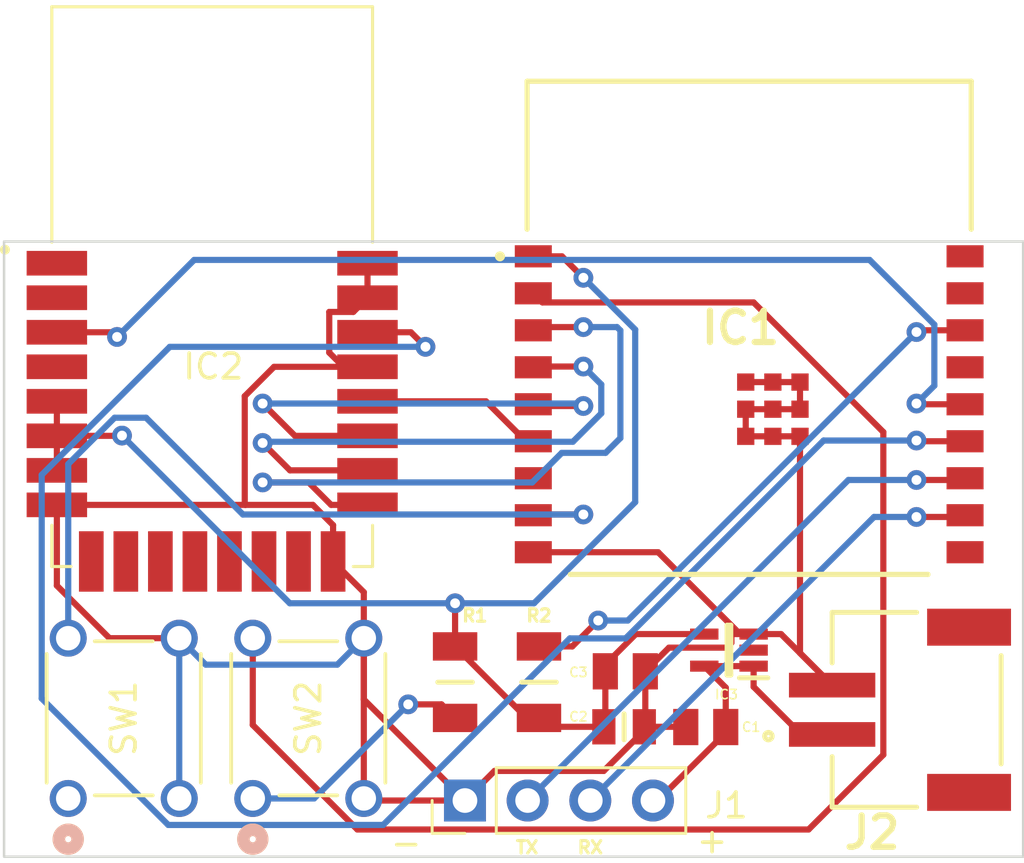
<source format=kicad_pcb>
(kicad_pcb (version 20221018) (generator pcbnew)
  (layers (0 "F.Cu" signal) (31 "B.Cu" signal) (34 "B.Paste" user) (35 "F.Paste" user) (36 "B.SilkS" user "B.Silkscreen") (37 "F.SilkS" user "F.Silkscreen") (38 "B.Mask" user) (39 "F.Mask" user) (44 "Edge.Cuts" user))
  (net 0 "")
  (net 1 "Net-(IC3-VIN)")
  (net 2 "GND")
  (net 3 "Net-(IC1-3V3)")
  (net 6 "Net-(IC1-EN)")
  (net 7 "Net-(IC1-IO4)")
  (net 8 "Net-(IC1-IO5)")
  (net 9 "Net-(IC1-IO6)")
  (net 10 "Net-(IC1-IO7)")
  (net 12 "Net-(IC1-IO9)")
  (net 14 "Net-(IC1-RXD)")
  (net 15 "Net-(IC1-TXD)")
  (net 16 "Net-(IC1-IO18)")
  (net 17 "Net-(IC1-IO19)")
  (net 19 "Net-(IC1-IO2)")
  (net 31 "Net-(R1-Pad2)")
  (footprint "footprint:SOT65P210X110-5N" (layer "F.Cu") (at 199.3 86.8 180)
    (fp_text reference "IC3" (at 0.1 -1.8) (layer "F.SilkS") (effects (font (size 0.381 0.381) (thickness 0.0635))))
    (fp_text value "TC1017-3.3VLTTR" hide)
    (fp_line (start -1.575 -1.125) (end -0.425 -1.125) (stroke (width 0.2)) (layer "F.SilkS"))
    (fp_line (start -0.075 -1.012) (end 0.075 -1.012) (stroke (width 0.2)) (layer "F.SilkS"))
    (fp_line (start -0.075 1.012) (end -0.075 -1.012) (stroke (width 0.2)) (layer "F.SilkS"))
    (fp_line (start 0.075 -1.012) (end 0.075 1.012) (stroke (width 0.2)) (layer "F.SilkS"))
    (fp_line (start 0.075 1.012) (end -0.075 1.012) (stroke (width 0.2)) (layer "F.SilkS"))
    (pad "1" smd rect (at -1 -0.65 270) (size 0.45 1.15) (layers "F.Cu" "F.Paste" "F.Mask") (net 1 "Net-(IC3-VIN)"))
    (pad "2" smd rect (at -1 0 270) (size 0.45 1.15) (layers "F.Cu" "F.Paste" "F.Mask"))
    (pad "3" smd rect (at -1 0.65 270) (size 0.45 1.15) (layers "F.Cu" "F.Paste" "F.Mask") (net 2 "GND"))
    (pad "4" smd rect (at 1 0.65 270) (size 0.45 1.15) (layers "F.Cu" "F.Paste" "F.Mask") (net 3 "Net-(IC1-3V3)"))
    (pad "5" smd rect (at 1 -0.65 270) (size 0.45 1.15) (layers "F.Cu" "F.Paste" "F.Mask") (net 1 "Net-(IC3-VIN)"))
  )
  (footprint "100nF_footprint:CAPC2012X94N" (layer "F.Cu") (at 195.1 87.66)
    (fp_text reference "C3" (at -1.9 0.04) (layer "F.SilkS") (effects (font (size 0.381 0.381) (thickness 0.0635) bold)))
    (fp_text value "100nF" hide)
    (pad "1" smd rect (at -0.81 0) (size 1.02 1.47) (layers "F.Cu" "F.Paste" "F.Mask") (net 3 "Net-(IC1-3V3)"))
    (pad "2" smd rect (at 0.81 0) (size 1.02 1.47) (layers "F.Cu" "F.Paste" "F.Mask") (net 2 "GND"))
  )
  (footprint "100nF_footprint:CAPC2012X94N" (layer "F.Cu") (at 198.36 89.92 180)
    (fp_text reference "C1" (at -1.84 0) (layer "F.SilkS") (effects (font (size 0.381 0.381) (thickness 0.0635))))
    (fp_text value "100nF" hide)
    (pad "1" smd rect (at -0.81 0 180) (size 1.02 1.47) (layers "F.Cu" "F.Paste" "F.Mask") (net 1 "Net-(IC3-VIN)"))
    (pad "2" smd rect (at 0.81 0 180) (size 1.02 1.47) (layers "F.Cu" "F.Paste" "F.Mask") (net 2 "GND"))
  )
  (footprint "10k_ohm_footprint:RESC3216X65N" (layer "F.Cu") (at 191.6 88.1 90)
    (fp_text reference "R2" (at 2.7 0 180) (layer "F.SilkS") (effects (font (size 0.508 0.508) (thickness 0.127) bold)))
    (fp_text value "10K" hide)
    (fp_line (start 0 -0.7) (end 0 0.7) (stroke (width 0.2)) (layer "F.SilkS"))
    (pad "1" smd rect (at -1.45 0 90) (size 1.15 1.8) (layers "F.Cu" "F.Paste" "F.Mask") (net 3 "Net-(IC1-3V3)"))
    (pad "2" smd rect (at 1.45 0 90) (size 1.15 1.8) (layers "F.Cu" "F.Paste" "F.Mask") (net 19 "Net-(IC1-IO2)"))
  )
  (footprint "dwm3000_footprint:XCVR_DWM3000TR13" (layer "F.Cu") (at 178.355 72.06)
    (fp_text reference "IC2" (at 0.045 3.24) (layer "F.SilkS"))
    (fp_text value "DWM3000TR13" hide)
    (fp_line (start -6.5 -11.35) (end 6.5 -11.35) (stroke (width 0.127)) (layer "F.SilkS"))
    (fp_line (start -6.5 -1.8) (end -6.5 -11.35) (stroke (width 0.127)) (layer "F.SilkS"))
    (fp_line (start -6.5 11.35) (end -6.5 9.68) (stroke (width 0.127)) (layer "F.SilkS"))
    (fp_line (start -5.72 11.35) (end -6.5 11.35) (stroke (width 0.127)) (layer "F.SilkS"))
    (fp_line (start 6.5 -11.35) (end 6.5 -1.8) (stroke (width 0.127)) (layer "F.SilkS"))
    (fp_line (start 6.5 9.68) (end 6.5 11.35) (stroke (width 0.127)) (layer "F.SilkS"))
    (fp_line (start 6.5 11.35) (end 5.72 11.35) (stroke (width 0.127)) (layer "F.SilkS"))
    (fp_circle (center -8.4 -1.5) (end -8.3 -1.5) (stroke (width 0.2)) (fill none) (layer "F.SilkS"))
    (pad "1" smd rect (at -6.295 -0.95) (size 2.45 1) (layers "F.Cu" "F.Paste" "F.Mask"))
    (pad "2" smd rect (at -6.295 0.45) (size 2.45 1) (layers "F.Cu" "F.Paste" "F.Mask"))
    (pad "3" smd rect (at -6.295 1.85) (size 2.45 1) (layers "F.Cu" "F.Paste" "F.Mask") (net 17 "Net-(IC1-IO19)"))
    (pad "4" smd rect (at -6.295 3.25) (size 2.45 1) (layers "F.Cu" "F.Paste" "F.Mask"))
    (pad "5" smd rect (at -6.295 4.65) (size 2.45 1) (layers "F.Cu" "F.Paste" "F.Mask") (net 3 "Net-(IC1-3V3)"))
    (pad "6" smd rect (at -6.295 6.05) (size 2.45 1) (layers "F.Cu" "F.Paste" "F.Mask") (net 3 "Net-(IC1-3V3)"))
    (pad "7" smd rect (at -6.295 7.45) (size 2.45 1) (layers "F.Cu" "F.Paste" "F.Mask") (net 3 "Net-(IC1-3V3)"))
    (pad "8" smd rect (at -6.295 8.85) (size 2.45 1) (layers "F.Cu" "F.Paste" "F.Mask") (net 2 "GND"))
    (pad "9" smd rect (at -4.9 11.145) (size 1 2.45) (layers "F.Cu" "F.Paste" "F.Mask"))
    (pad "10" smd rect (at -3.5 11.145) (size 1 2.45) (layers "F.Cu" "F.Paste" "F.Mask"))
    (pad "11" smd rect (at -2.1 11.145) (size 1 2.45) (layers "F.Cu" "F.Paste" "F.Mask"))
    (pad "12" smd rect (at -0.7 11.145) (size 1 2.45) (layers "F.Cu" "F.Paste" "F.Mask"))
    (pad "13" smd rect (at 0.7 11.145) (size 1 2.45) (layers "F.Cu" "F.Paste" "F.Mask"))
    (pad "14" smd rect (at 2.1 11.145) (size 1 2.45) (layers "F.Cu" "F.Paste" "F.Mask"))
    (pad "15" smd rect (at 3.5 11.145) (size 1 2.45) (layers "F.Cu" "F.Paste" "F.Mask"))
    (pad "16" smd rect (at 4.9 11.145) (size 1 2.45) (layers "F.Cu" "F.Paste" "F.Mask") (net 2 "GND"))
    (pad "17" smd rect (at 6.295 8.85) (size 2.45 1) (layers "F.Cu" "F.Paste" "F.Mask") (net 7 "Net-(IC1-IO4)"))
    (pad "18" smd rect (at 6.295 7.45) (size 2.45 1) (layers "F.Cu" "F.Paste" "F.Mask") (net 8 "Net-(IC1-IO5)"))
    (pad "19" smd rect (at 6.295 6.05) (size 2.45 1) (layers "F.Cu" "F.Paste" "F.Mask") (net 9 "Net-(IC1-IO6)"))
    (pad "20" smd rect (at 6.295 4.65) (size 2.45 1) (layers "F.Cu" "F.Paste" "F.Mask") (net 10 "Net-(IC1-IO7)"))
    (pad "21" smd rect (at 6.295 3.25) (size 2.45 1) (layers "F.Cu" "F.Paste" "F.Mask") (net 2 "GND"))
    (pad "22" smd rect (at 6.295 1.85) (size 2.45 1) (layers "F.Cu" "F.Paste" "F.Mask") (net 16 "Net-(IC1-IO18)"))
    (pad "23" smd rect (at 6.295 0.45) (size 2.45 1) (layers "F.Cu" "F.Paste" "F.Mask") (net 2 "GND"))
    (pad "24" smd rect (at 6.295 -0.95) (size 2.45 1) (layers "F.Cu" "F.Paste" "F.Mask") (net 2 "GND"))
  )
  (footprint "6mm_push_button_footprint:6mm_push_button_footprint" (layer "F.Cu") (at 172.52025 92.816151 90)
    (fp_text reference "SW1" (at 3.250001 2.250001 90 unlocked) (layer "F.SilkS"))
    (fp_text value "TS02-66-50-BK-100-LCR-D" hide)
    (fp_circle (center -1.652199 0) (end -1.271199 0) (stroke (width 0.508)) (fill none) (layer "B.SilkS"))
    (fp_line (start 0.125801 1.074702) (end 0.125801 3.425299) (stroke (width 0.1524)) (layer "F.SilkS"))
    (fp_line (start 0.637641 5.374201) (end 5.862361 5.374201) (stroke (width 0.1524)) (layer "F.SilkS"))
    (fp_line (start 5.862361 -0.874199) (end 0.637641 -0.874199) (stroke (width 0.1524)) (layer "F.SilkS"))
    (fp_line (start 6.374201 3.425299) (end 6.374201 1.074702) (stroke (width 0.1524)) (layer "F.SilkS"))
    (fp_circle (center -1.652199 0) (end -1.271199 0) (stroke (width 0.508)) (fill none) (layer "F.SilkS"))
    (pad "1" thru_hole circle (at 0 0 90) (size 1.4986 1.4986) (drill 0.9906) (layers "*.Cu" "*.Mask"))
    (pad "2" thru_hole circle (at 6.500002 0 90) (size 1.4986 1.4986) (drill 0.9906) (layers "*.Cu" "*.Mask") (net 12 "Net-(IC1-IO9)"))
    (pad "3" thru_hole circle (at 0 4.500001 90) (size 1.4986 1.4986) (drill 0.9906) (layers "*.Cu" "*.Mask") (net 2 "GND"))
    (pad "4" thru_hole circle (at 6.500002 4.500001 90) (size 1.4986 1.4986) (drill 0.9906) (layers "*.Cu" "*.Mask") (net 2 "GND"))
  )
  (footprint "10uF_footprint:CAPC2012X140N" (layer "F.Cu") (at 195.05 89.91)
    (fp_text reference "C2" (at -1.85 -0.41) (layer "F.SilkS") (effects (font (size 0.381 0.381) (thickness 0.0635))))
    (fp_text value "10uF" hide)
    (fp_line (start 0 -0.525) (end 0 0.525) (stroke (width 0.2)) (layer "F.SilkS"))
    (pad "1" smd rect (at -0.82 0) (size 0.94 1.43) (layers "F.Cu" "F.Paste" "F.Mask") (net 3 "Net-(IC1-3V3)"))
    (pad "2" smd rect (at 0.82 0) (size 0.94 1.43) (layers "F.Cu" "F.Paste" "F.Mask") (net 2 "GND"))
  )
  (footprint "lipo_charger_footprint:1769" (layer "F.Cu") (at 203.482 89.22 90)
    (fp_text reference "J2" (at -4.98 1.618 180) (layer "F.SilkS") (effects (font (size 1.27 1.27) (thickness 0.254))))
    (fp_text value "1769" hide)
    (fp_line (start -3.95 0) (end -3.95 3.425) (stroke (width 0.2)) (layer "F.SilkS"))
    (fp_line (start -3.95 0) (end -1.9 0) (stroke (width 0.2)) (layer "F.SilkS"))
    (fp_line (start -2.196 6.849) (end 2.196 6.849) (stroke (width 0.2)) (layer "F.SilkS"))
    (fp_line (start 3.95 0) (end 1.9 0) (stroke (width 0.2)) (layer "F.SilkS"))
    (fp_line (start 3.95 0) (end 3.95 3.425) (stroke (width 0.2)) (layer "F.SilkS"))
    (fp_circle (center -1.069 -2.582) (end -1.069 -2.53) (stroke (width 0.2)) (fill none) (layer "F.SilkS"))
    (pad "1" smd rect (at -1 0 90) (size 1 3.5) (layers "F.Cu" "F.Paste" "F.Mask") (net 1 "Net-(IC3-VIN)"))
    (pad "2" smd rect (at 1 0 90) (size 1 3.5) (layers "F.Cu" "F.Paste" "F.Mask") (net 2 "GND"))
    (pad "3" smd rect (at -3.35 5.55 90) (size 1.5 3.4) (layers "F.Cu" "F.Paste" "F.Mask"))
    (pad "4" smd rect (at 3.35 5.55 90) (size 1.5 3.4) (layers "F.Cu" "F.Paste" "F.Mask"))
  )
  (footprint "Connector_PinHeader_2.54mm:PinHeader_1x04_P2.54mm_Vertical" (layer "F.Cu") (at 188.6 92.9 90)
    (fp_text reference "J1" (at -0.2 10.6 180) (layer "F.SilkS"))
    (fp_text value "Conn_01x04_Pin" hide)
    (fp_line (start -1.33 -1.33) (end 0 -1.33) (stroke (width 0.12)) (layer "F.SilkS"))
    (fp_line (start -1.33 0) (end -1.33 -1.33) (stroke (width 0.12)) (layer "F.SilkS"))
    (fp_line (start -1.33 1.27) (end -1.33 8.95) (stroke (width 0.12)) (layer "F.SilkS"))
    (fp_line (start -1.33 1.27) (end 1.33 1.27) (stroke (width 0.12)) (layer "F.SilkS"))
    (fp_line (start -1.33 8.95) (end 1.33 8.95) (stroke (width 0.12)) (layer "F.SilkS"))
    (fp_line (start 1.33 1.27) (end 1.33 8.95) (stroke (width 0.12)) (layer "F.SilkS"))
    (pad "1" thru_hole rect (at 0 0 90) (size 1.7 1.7) (drill 1) (layers "*.Cu" "*.Mask") (net 2 "GND"))
    (pad "2" thru_hole oval (at 0 2.54 90) (size 1.7 1.7) (drill 1) (layers "*.Cu" "*.Mask") (net 15 "Net-(IC1-TXD)"))
    (pad "3" thru_hole oval (at 0 5.08 90) (size 1.7 1.7) (drill 1) (layers "*.Cu" "*.Mask") (net 14 "Net-(IC1-RXD)"))
    (pad "4" thru_hole oval (at 0 7.62 90) (size 1.7 1.7) (drill 1) (layers "*.Cu" "*.Mask") (net 1 "Net-(IC3-VIN)"))
  )
  (footprint "10k_ohm_footprint:RESC3216X65N" (layer "F.Cu") (at 188.2 88.1 -90)
    (fp_text reference "R1" (at -2.7 -0.8 -180) (layer "F.SilkS") (effects (font (size 0.508 0.508) (thickness 0.127) bold)))
    (fp_text value "10K" hide)
    (fp_line (start 0 -0.7) (end 0 0.7) (stroke (width 0.2)) (layer "F.SilkS"))
    (pad "1" smd rect (at -1.45 0 270) (size 1.15 1.8) (layers "F.Cu" "F.Paste" "F.Mask") (net 3 "Net-(IC1-3V3)"))
    (pad "2" smd rect (at 1.45 0 270) (size 1.15 1.8) (layers "F.Cu" "F.Paste" "F.Mask") (net 31 "Net-(R1-Pad2)"))
  )
  (footprint "6mm_push_button_footprint:6mm_push_button_footprint" (layer "F.Cu") (at 180.00025 92.816151 90)
    (fp_text reference "SW2" (at 3.250001 2.250001 90 unlocked) (layer "F.SilkS"))
    (fp_text value "TS02-66-50-BK-100-LCR-D" hide)
    (fp_circle (center -1.652199 0) (end -1.271199 0) (stroke (width 0.508)) (fill none) (layer "B.SilkS"))
    (fp_line (start 0.125801 1.074702) (end 0.125801 3.425299) (stroke (width 0.1524)) (layer "F.SilkS"))
    (fp_line (start 0.637641 5.374201) (end 5.862361 5.374201) (stroke (width 0.1524)) (layer "F.SilkS"))
    (fp_line (start 5.862361 -0.874199) (end 0.637641 -0.874199) (stroke (width 0.1524)) (layer "F.SilkS"))
    (fp_line (start 6.374201 3.425299) (end 6.374201 1.074702) (stroke (width 0.1524)) (layer "F.SilkS"))
    (fp_circle (center -1.652199 0) (end -1.271199 0) (stroke (width 0.508)) (fill none) (layer "F.SilkS"))
    (pad "1" thru_hole circle (at 0 0 90) (size 1.4986 1.4986) (drill 0.9906) (layers "*.Cu" "*.Mask") (net 31 "Net-(R1-Pad2)"))
    (pad "2" thru_hole circle (at 6.500002 0 90) (size 1.4986 1.4986) (drill 0.9906) (layers "*.Cu" "*.Mask") (net 6 "Net-(IC1-EN)"))
    (pad "3" thru_hole circle (at 0 4.500001 90) (size 1.4986 1.4986) (drill 0.9906) (layers "*.Cu" "*.Mask") (net 2 "GND"))
    (pad "4" thru_hole circle (at 6.500002 4.500001 90) (size 1.4986 1.4986) (drill 0.9906) (layers "*.Cu" "*.Mask") (net 2 "GND"))
  )
  (footprint "esp_32_c3_footprint:ESP32C3WROOM02N4" (layer "F.Cu") (at 201.08 77.03)
    (fp_text reference "IC1" (at -1.31 -3.3) (layer "F.SilkS") (effects (font (size 1.27 1.27) (thickness 0.254))))
    (fp_text value "ESP32-C3-WROOM-02-N4" hide)
    (fp_line (start -11.16 -6.2) (end -11.16 -6.2) (stroke (width 0.2)) (layer "F.SilkS"))
    (fp_line (start -11.16 -6.2) (end -11.16 -6.2) (stroke (width 0.2)) (layer "F.SilkS"))
    (fp_line (start -10.96 -6.2) (end -10.96 -6.2) (stroke (width 0.2)) (layer "F.SilkS"))
    (fp_line (start -9.96 -13.3) (end -9.96 -13.3) (stroke (width 0.2)) (layer "F.SilkS"))
    (fp_line (start -9.96 -13.3) (end -9.96 -13.3) (stroke (width 0.2)) (layer "F.SilkS"))
    (fp_line (start -9.96 -13.3) (end -9.96 -7.3) (stroke (width 0.2)) (layer "F.SilkS"))
    (fp_line (start -9.96 -13.3) (end 8.04 -13.3) (stroke (width 0.2)) (layer "F.SilkS"))
    (fp_line (start -9.96 -7.3) (end -9.96 -13.3) (stroke (width 0.2)) (layer "F.SilkS"))
    (fp_line (start -9.96 -7.3) (end -9.96 -7.3) (stroke (width 0.2)) (layer "F.SilkS"))
    (fp_line (start -8.21 6.7) (end -8.21 6.7) (stroke (width 0.2)) (layer "F.SilkS"))
    (fp_line (start -8.21 6.7) (end 6.29 6.7) (stroke (width 0.2)) (layer "F.SilkS"))
    (fp_line (start 6.29 6.7) (end -8.21 6.7) (stroke (width 0.2)) (layer "F.SilkS"))
    (fp_line (start 6.29 6.7) (end 6.29 6.7) (stroke (width 0.2)) (layer "F.SilkS"))
    (fp_line (start 8.04 -13.3) (end -9.96 -13.3) (stroke (width 0.2)) (layer "F.SilkS"))
    (fp_line (start 8.04 -13.3) (end 8.04 -13.3) (stroke (width 0.2)) (layer "F.SilkS"))
    (fp_line (start 8.04 -13.3) (end 8.04 -13.3) (stroke (width 0.2)) (layer "F.SilkS"))
    (fp_line (start 8.04 -13.3) (end 8.04 -7.3) (stroke (width 0.2)) (layer "F.SilkS"))
    (fp_line (start 8.04 -7.3) (end 8.04 -13.3) (stroke (width 0.2)) (layer "F.SilkS"))
    (fp_line (start 8.04 -7.3) (end 8.04 -7.3) (stroke (width 0.2)) (layer "F.SilkS"))
    (fp_arc (start -11.16 -6.2) (mid -11.06 -6.3) (end -10.96 -6.2) (stroke (width 0.2)) (layer "F.SilkS"))
    (fp_arc (start -10.96 -6.2) (mid -11.06 -6.1) (end -11.16 -6.2) (stroke (width 0.2)) (layer "F.SilkS"))
    (fp_arc (start -10.96 -6.2) (mid -11.06 -6.1) (end -11.16 -6.2) (stroke (width 0.2)) (layer "F.SilkS"))
    (pad "1" smd rect (at -9.71 -6.2 90) (size 0.9 1.5) (layers "F.Cu" "F.Paste" "F.Mask") (net 3 "Net-(IC1-3V3)"))
    (pad "2" smd rect (at -9.71 -4.7 90) (size 0.9 1.5) (layers "F.Cu" "F.Paste" "F.Mask") (net 6 "Net-(IC1-EN)"))
    (pad "3" smd rect (at -9.71 -3.2 90) (size 0.9 1.5) (layers "F.Cu" "F.Paste" "F.Mask") (net 7 "Net-(IC1-IO4)"))
    (pad "4" smd rect (at -9.71 -1.7 90) (size 0.9 1.5) (layers "F.Cu" "F.Paste" "F.Mask") (net 8 "Net-(IC1-IO5)"))
    (pad "5" smd rect (at -9.71 -0.2 90) (size 0.9 1.5) (layers "F.Cu" "F.Paste" "F.Mask") (net 9 "Net-(IC1-IO6)"))
    (pad "6" smd rect (at -9.71 1.3 90) (size 0.9 1.5) (layers "F.Cu" "F.Paste" "F.Mask") (net 10 "Net-(IC1-IO7)"))
    (pad "7" smd rect (at -9.71 2.8 90) (size 0.9 1.5) (layers "F.Cu" "F.Paste" "F.Mask"))
    (pad "8" smd rect (at -9.71 4.3 90) (size 0.9 1.5) (layers "F.Cu" "F.Paste" "F.Mask") (net 12 "Net-(IC1-IO9)"))
    (pad "9" smd rect (at -9.71 5.8 90) (size 0.9 1.5) (layers "F.Cu" "F.Paste" "F.Mask") (net 2 "GND"))
    (pad "10" smd rect (at 7.79 5.8 90) (size 0.9 1.5) (layers "F.Cu" "F.Paste" "F.Mask"))
    (pad "11" smd rect (at 7.79 4.3 90) (size 0.9 1.5) (layers "F.Cu" "F.Paste" "F.Mask") (net 14 "Net-(IC1-RXD)"))
    (pad "12" smd rect (at 7.79 2.8 90) (size 0.9 1.5) (layers "F.Cu" "F.Paste" "F.Mask") (net 15 "Net-(IC1-TXD)"))
    (pad "13" smd rect (at 7.79 1.3 90) (size 0.9 1.5) (layers "F.Cu" "F.Paste" "F.Mask") (net 16 "Net-(IC1-IO18)"))
    (pad "14" smd rect (at 7.79 -0.2 90) (size 0.9 1.5) (layers "F.Cu" "F.Paste" "F.Mask") (net 17 "Net-(IC1-IO19)"))
    (pad "15" smd rect (at 7.79 -1.7 90) (size 0.9 1.5) (layers "F.Cu" "F.Paste" "F.Mask"))
    (pad "16" smd rect (at 7.79 -3.2 90) (size 0.9 1.5) (layers "F.Cu" "F.Paste" "F.Mask") (net 19 "Net-(IC1-IO2)"))
    (pad "17" smd rect (at 7.79 -4.7 90) (size 0.9 1.5) (layers "F.Cu" "F.Paste" "F.Mask"))
    (pad "18" smd rect (at 7.79 -6.2 90) (size 0.9 1.5) (layers "F.Cu" "F.Paste" "F.Mask"))
    (pad "19" smd rect (at 0 0 90) (size 0.7 0.7) (layers "F.Cu" "F.Paste" "F.Mask") (net 2 "GND"))
    (pad "20" smd rect (at 1.1 0 90) (size 0.7 0.7) (layers "F.Cu" "F.Paste" "F.Mask") (net 2 "GND"))
    (pad "21" smd rect (at 1.1 -1.1 90) (size 0.7 0.7) (layers "F.Cu" "F.Paste" "F.Mask") (net 2 "GND"))
    (pad "22" smd rect (at 0 -1.1 90) (size 0.7 0.7) (layers "F.Cu" "F.Paste" "F.Mask") (net 2 "GND"))
    (pad "23" smd rect (at -1.1 -1.1 90) (size 0.7 0.7) (layers "F.Cu" "F.Paste" "F.Mask") (net 2 "GND"))
    (pad "24" smd rect (at -1.1 0 90) (size 0.7 0.7) (layers "F.Cu" "F.Paste" "F.Mask") (net 2 "GND"))
    (pad "25" smd rect (at -1.1 1.1 90) (size 0.7 0.7) (layers "F.Cu" "F.Paste" "F.Mask") (net 2 "GND"))
    (pad "26" smd rect (at 0 1.1 90) (size 0.7 0.7) (layers "F.Cu" "F.Paste" "F.Mask") (net 2 "GND"))
    (pad "27" smd rect (at 1.1 1.1 90) (size 0.7 0.7) (layers "F.Cu" "F.Paste" "F.Mask") (net 2 "GND"))
  )
  (gr_rect (start 169.92 70.23) (end 211.224 95.178) (stroke (width 0.1)) (fill none) (layer "Edge.Cuts"))
  (gr_text "-" (at 185.5 95.2) (layer "F.SilkS") (effects (font (size 1 1)) (justify left bottom)))
  (gr_text "+" (at 197.9 95.1) (layer "F.SilkS") (effects (font (size 1 1)) (justify left bottom)))
  (gr_text "TX" (at 190.6 95.1) (layer "F.SilkS") (effects (font (size 0.508 0.508) (thickness 0.127)) (justify left bottom)))
  (gr_text "RX" (at 193.1 95.1) (layer "F.SilkS") (effects (font (size 0.508 0.508) (thickness 0.127)) (justify left bottom)))
  (segment (start 200.3 88.288) (end 200.3 87.45) (width 0.25) (layer "F.Cu") (net 1))
  (segment (start 200.3 87.45) (end 198.3 87.45) (width 0.25) (layer "F.Cu") (net 1))
  (segment (start 199.17 90.145) (end 196.415 92.9) (width 0.25) (layer "F.Cu") (net 1))
  (segment (start 199.17 89.92) (end 199.17 90.145) (width 0.25) (layer "F.Cu") (net 1))
  (segment (start 198.3 87.45) (end 199.17 88.32) (width 0.25) (layer "F.Cu") (net 1))
  (segment (start 196.415 92.9) (end 196.22 92.9) (width 0.25) (layer "F.Cu") (net 1))
  (segment (start 203.482 90.22) (end 202.232 90.22) (width 0.25) (layer "F.Cu") (net 1))
  (segment (start 202.232 90.22) (end 200.3 88.288) (width 0.25) (layer "F.Cu") (net 1))
  (segment (start 199.17 88.32) (end 199.17 89.92) (width 0.25) (layer "F.Cu") (net 1))
  (segment (start 174.191149 86.316149) (end 172.06 84.185) (width 0.25) (layer "F.Cu") (net 2))
  (segment (start 184.075 73.085) (end 183.1 73.085) (width 0.25) (layer "F.Cu") (net 2))
  (segment (start 199.2 86.7) (end 199.4 86.5) (width 0.25) (layer "F.Cu") (net 2))
  (segment (start 199.75 86.15) (end 200.3 86.15) (width 0.25) (layer "F.Cu") (net 2))
  (segment (start 201.08 75.93) (end 202.18 75.93) (width 0.25) (layer "F.Cu") (net 2))
  (segment (start 183.255 81.73) (end 182.435 80.91) (width 0.25) (layer "F.Cu") (net 2))
  (segment (start 177.020251 86.316149) (end 174.191149 86.316149) (width 0.25) (layer "F.Cu") (net 2))
  (segment (start 183.675 75.31) (end 184.65 75.31) (width 0.25) (layer "F.Cu") (net 2))
  (segment (start 188.6 92.9) (end 184.5841 92.9) (width 0.25) (layer "F.Cu") (net 2))
  (segment (start 196.87 86.7) (end 199.2 86.7) (width 0.25) (layer "F.Cu") (net 2))
  (segment (start 195.91 87.66) (end 196.87 86.7) (width 0.25) (layer "F.Cu") (net 2))
  (segment (start 182.435 80.91) (end 179.7 80.91) (width 0.25) (layer "F.Cu") (net 2))
  (segment (start 195.91 87.66) (end 195.91 89.87) (width 0.25) (layer "F.Cu") (net 2))
  (segment (start 183.255 83.205) (end 183.255 81.73) (width 0.25) (layer "F.Cu") (net 2))
  (segment (start 199.98 78.13) (end 201.08 78.13) (width 0.25) (layer "F.Cu") (net 2))
  (segment (start 199.475 86.15) (end 200.3 86.15) (width 0.25) (layer "F.Cu") (net 2))
  (segment (start 200.3 86.15) (end 201.412 86.15) (width 0.25) (layer "F.Cu") (net 2))
  (segment (start 179.675 76.499695) (end 179.675 80.885) (width 0.25) (layer "F.Cu") (net 2))
  (segment (start 201.08 78.13) (end 202.18 78.13) (width 0.25) (layer "F.Cu") (net 2))
  (segment (start 172.06 84.185) (end 172.06 80.91) (width 0.25) (layer "F.Cu") (net 2))
  (segment (start 184.500251 84.450251) (end 183.255 83.205) (width 0.25) (layer "F.Cu") (net 2))
  (segment (start 183.1 73.085) (end 183.1 74.735) (width 0.25) (layer "F.Cu") (net 2))
  (segment (start 184.65 75.31) (end 180.864695 75.31) (width 0.25) (layer "F.Cu") (net 2))
  (segment (start 184.500251 88.800251) (end 184.500251 86.316149) (width 0.25) (layer "F.Cu") (net 2))
  (segment (start 201.08 77.03) (end 199.98 77.03) (width 0.25) (layer "F.Cu") (net 2))
  (segment (start 180.864695 75.31) (end 179.675 76.499695) (width 0.25) (layer "F.Cu") (net 2))
  (segment (start 184.65 72.51) (end 184.075 73.085) (width 0.25) (layer "F.Cu") (net 2))
  (segment (start 199.4 86.225) (end 199.475 86.15) (width 0.25) (layer "F.Cu") (net 2))
  (segment (start 184.5841 92.9) (end 184.500251 92.816151) (width 0.25) (layer "F.Cu") (net 2))
  (segment (start 199.98 75.93) (end 201.08 75.93) (width 0.25) (layer "F.Cu") (net 2))
  (segment (start 202.18 77.03) (end 201.08 77.03) (width 0.25) (layer "F.Cu") (net 2))
  (segment (start 188.6 92.9) (end 184.500251 88.800251) (width 0.25) (layer "F.Cu") (net 2))
  (segment (start 197.54 89.91) (end 197.55 89.92) (width 0.25) (layer "F.Cu") (net 2))
  (segment (start 195.87 90.055) (end 194.225 91.7) (width 0.25) (layer "F.Cu") (net 2))
  (segment (start 202.18 78.13) (end 202.18 86.918) (width 0.25) (layer "F.Cu") (net 2))
  (segment (start 195.87 89.91) (end 195.87 90.055) (width 0.25) (layer "F.Cu") (net 2))
  (segment (start 195.87 89.91) (end 197.54 89.91) (width 0.25) (layer "F.Cu") (net 2))
  (segment (start 201.412 86.15) (end 203.482 88.22) (width 0.25) (layer "F.Cu") (net 2))
  (segment (start 196.43 82.83) (end 199.75 86.15) (width 0.25) (layer "F.Cu") (net 2))
  (segment (start 179.7 80.91) (end 172.06 80.91) (width 0.25) (layer "F.Cu") (net 2))
  (segment (start 191.37 82.83) (end 196.43 82.83) (width 0.25) (layer "F.Cu") (net 2))
  (segment (start 202.18 86.918) (end 203.482 88.22) (width 0.25) (layer "F.Cu") (net 2))
  (segment (start 195.91 89.87) (end 195.87 89.91) (width 0.25) (layer "F.Cu") (net 2))
  (segment (start 202.18 75.93) (end 202.18 77.03) (width 0.25) (layer "F.Cu") (net 2))
  (segment (start 184.500251 92.816151) (end 184.500251 86.316149) (width 0.25) (layer "F.Cu") (net 2))
  (segment (start 183.1 74.735) (end 183.675 75.31) (width 0.25) (layer "F.Cu") (net 2))
  (segment (start 194.225 91.7) (end 189.8 91.7) (width 0.25) (layer "F.Cu") (net 2))
  (segment (start 199.98 77.03) (end 199.98 78.13) (width 0.25) (layer "F.Cu") (net 2))
  (segment (start 184.65 71.11) (end 184.65 72.51) (width 0.25) (layer "F.Cu") (net 2))
  (segment (start 199.4 86.5) (end 199.4 86.225) (width 0.25) (layer "F.Cu") (net 2))
  (segment (start 179.675 80.885) (end 179.7 80.91) (width 0.25) (layer "F.Cu") (net 2))
  (segment (start 184.500251 86.316149) (end 184.500251 84.450251) (width 0.25) (layer "F.Cu") (net 2))
  (segment (start 189.8 91.7) (end 188.6 92.9) (width 0.25) (layer "F.Cu") (net 2))
  (segment (start 177.020251 92.816151) (end 177.020251 86.316149) (width 0.25) (layer "B.Cu") (net 2))
  (segment (start 183.425951 87.390449) (end 184.500251 86.316149) (width 0.25) (layer "B.Cu") (net 2))
  (segment (start 178.094551 87.390449) (end 183.425951 87.390449) (width 0.25) (layer "B.Cu") (net 2))
  (segment (start 177.020251 86.316149) (end 178.094551 87.390449) (width 0.25) (layer "B.Cu") (net 2))
  (segment (start 191.1 89.55) (end 188.2 86.65) (width 0.25) (layer "F.Cu") (net 3))
  (segment (start 198.3 86.15) (end 195.525 86.15) (width 0.25) (layer "F.Cu") (net 3))
  (segment (start 172.06 78.11) (end 172.06 76.71) (width 0.25) (layer "F.Cu") (net 3))
  (segment (start 188.2 86.65) (end 188.2 84.9) (width 0.25) (layer "F.Cu") (net 3))
  (segment (start 194.29 89.85) (end 194.23 89.91) (width 0.25) (layer "F.Cu") (net 3))
  (segment (start 194.29 87.385) (end 194.29 87.66) (width 0.25) (layer "F.Cu") (net 3))
  (segment (start 195.525 86.15) (end 194.29 87.385) (width 0.25) (layer "F.Cu") (net 3))
  (segment (start 172.06 79.51) (end 172.06 78.11) (width 0.25) (layer "F.Cu") (net 3))
  (segment (start 194.29 87.66) (end 194.29 89.85) (width 0.25) (layer "F.Cu") (net 3))
  (segment (start 193.4 71.7) (end 192.53 70.83) (width 0.25) (layer "F.Cu") (net 3))
  (segment (start 174.69 78.11) (end 174.7 78.1) (width 0.25) (layer "F.Cu") (net 3))
  (segment (start 191.96 89.91) (end 191.6 89.55) (width 0.25) (layer "F.Cu") (net 3))
  (segment (start 172.06 78.11) (end 174.69 78.11) (width 0.25) (layer "F.Cu") (net 3))
  (segment (start 194.23 89.91) (end 191.96 89.91) (width 0.25) (layer "F.Cu") (net 3))
  (segment (start 192.53 70.83) (end 191.37 70.83) (width 0.25) (layer "F.Cu") (net 3))
  (segment (start 191.6 89.55) (end 191.1 89.55) (width 0.25) (layer "F.Cu") (net 3))
  (via blind (at 174.7 78.1) (size 0.8) (drill 0.4) (layers "F.Cu" "B.Cu") (net 3))
  (via blind (at 193.4 71.7) (size 0.8) (drill 0.4) (layers "F.Cu" "B.Cu") (net 3))
  (via blind (at 188.2 84.9) (size 0.8) (drill 0.4) (layers "F.Cu" "B.Cu") (net 3))
  (segment (start 191.4 84.9) (end 195.5 80.8) (width 0.25) (layer "B.Cu") (net 3))
  (segment (start 188.2 84.9) (end 191.4 84.9) (width 0.25) (layer "B.Cu") (net 3))
  (segment (start 188.2 84.9) (end 181.5 84.9) (width 0.25) (layer "B.Cu") (net 3))
  (segment (start 195.5 80.8) (end 195.5 73.8) (width 0.25) (layer "B.Cu") (net 3))
  (segment (start 195.5 73.8) (end 193.4 71.7) (width 0.25) (layer "B.Cu") (net 3))
  (segment (start 181.5 84.9) (end 174.7 78.1) (width 0.25) (layer "B.Cu") (net 3))
  (segment (start 205.557 91.045) (end 205.557 77.957) (width 0.25) (layer "F.Cu") (net 6))
  (segment (start 205.557 77.957) (end 200.3 72.7) (width 0.25) (layer "F.Cu") (net 6))
  (segment (start 180.00025 86.316149) (end 180.00025 89.83544) (width 0.25) (layer "F.Cu") (net 6))
  (segment (start 184.23981 94.075) (end 202.527 94.075) (width 0.25) (layer "F.Cu") (net 6))
  (segment (start 180.00025 89.83544) (end 184.23981 94.075) (width 0.25) (layer "F.Cu") (net 6))
  (segment (start 202.527 94.075) (end 205.557 91.045) (width 0.25) (layer "F.Cu") (net 6))
  (segment (start 200.3 72.7) (end 191.74 72.7) (width 0.25) (layer "F.Cu") (net 6))
  (segment (start 191.74 72.7) (end 191.37 72.33) (width 0.25) (layer "F.Cu") (net 6))
  (segment (start 184.65 80.91) (end 183.175 80.91) (width 0.25) (layer "F.Cu") (net 7))
  (segment (start 191.5 73.7) (end 191.37 73.83) (width 0.25) (layer "F.Cu") (net 7))
  (segment (start 183.175 80.91) (end 182.265 80) (width 0.25) (layer "F.Cu") (net 7))
  (segment (start 182.265 80) (end 180.4 80) (width 0.25) (layer "F.Cu") (net 7))
  (segment (start 193.4 73.7) (end 191.5 73.7) (width 0.25) (layer "F.Cu") (net 7))
  (via blind (at 180.4 80) (size 0.8) (drill 0.4) (layers "F.Cu" "B.Cu") (net 7))
  (via blind (at 193.4 73.7) (size 0.8) (drill 0.4) (layers "F.Cu" "B.Cu") (net 7))
  (segment (start 194.9 73.836396) (end 194.763604 73.7) (width 0.25) (layer "B.Cu") (net 7))
  (segment (start 194.3 78.8) (end 194.9 78.2) (width 0.25) (layer "B.Cu") (net 7))
  (segment (start 194.763604 73.7) (end 193.4 73.7) (width 0.25) (layer "B.Cu") (net 7))
  (segment (start 192.525305 78.8) (end 194.3 78.8) (width 0.25) (layer "B.Cu") (net 7))
  (segment (start 180.4 80) (end 191.325305 80) (width 0.25) (layer "B.Cu") (net 7))
  (segment (start 191.325305 80) (end 192.525305 78.8) (width 0.25) (layer "B.Cu") (net 7))
  (segment (start 194.9 78.2) (end 194.9 73.836396) (width 0.25) (layer "B.Cu") (net 7))
  (segment (start 181.51 79.51) (end 180.4 78.4) (width 0.25) (layer "F.Cu") (net 8))
  (segment (start 193.4 75.3) (end 191.4 75.3) (width 0.25) (layer "F.Cu") (net 8))
  (segment (start 191.4 75.3) (end 191.37 75.33) (width 0.25) (layer "F.Cu") (net 8))
  (segment (start 184.65 79.51) (end 181.51 79.51) (width 0.25) (layer "F.Cu") (net 8))
  (via blind (at 193.4 75.3) (size 0.8) (drill 0.4) (layers "F.Cu" "B.Cu") (net 8))
  (via blind (at 180.4 78.4) (size 0.8) (drill 0.4) (layers "F.Cu" "B.Cu") (net 8))
  (segment (start 194.125 77.200305) (end 194.125 76.025) (width 0.25) (layer "B.Cu") (net 8))
  (segment (start 180.4 78.4) (end 180.45 78.35) (width 0.25) (layer "B.Cu") (net 8))
  (segment (start 192.975305 78.35) (end 194.125 77.200305) (width 0.25) (layer "B.Cu") (net 8))
  (segment (start 194.125 76.025) (end 193.4 75.3) (width 0.25) (layer "B.Cu") (net 8))
  (segment (start 180.45 78.35) (end 192.975305 78.35) (width 0.25) (layer "B.Cu") (net 8))
  (segment (start 191.44 76.9) (end 191.37 76.83) (width 0.25) (layer "F.Cu") (net 9))
  (segment (start 193.4 76.9) (end 191.44 76.9) (width 0.25) (layer "F.Cu") (net 9))
  (segment (start 181.71 78.11) (end 180.4 76.8) (width 0.25) (layer "F.Cu") (net 9))
  (segment (start 184.65 78.11) (end 181.71 78.11) (width 0.25) (layer "F.Cu") (net 9))
  (via blind (at 180.4 76.8) (size 0.8) (drill 0.4) (layers "F.Cu" "B.Cu") (net 9))
  (via blind (at 193.4 76.9) (size 0.8) (drill 0.4) (layers "F.Cu" "B.Cu") (net 9))
  (segment (start 193.3 76.8) (end 193.4 76.9) (width 0.25) (layer "B.Cu") (net 9))
  (segment (start 180.4 76.8) (end 193.3 76.8) (width 0.25) (layer "B.Cu") (net 9))
  (segment (start 191.07 78.33) (end 191.37 78.33) (width 0.25) (layer "F.Cu") (net 10))
  (segment (start 184.65 76.71) (end 189.45 76.71) (width 0.25) (layer "F.Cu") (net 10))
  (segment (start 189.45 76.71) (end 191.07 78.33) (width 0.25) (layer "F.Cu") (net 10))
  (segment (start 193.4 81.3) (end 191.4 81.3) (width 0.25) (layer "F.Cu") (net 12))
  (segment (start 191.4 81.3) (end 191.37 81.33) (width 0.25) (layer "F.Cu") (net 12))
  (via blind (at 193.4 81.3) (size 0.8) (drill 0.4) (layers "F.Cu" "B.Cu") (net 12))
  (segment (start 172.52025 86.316149) (end 172.52025 79.254445) (width 0.25) (layer "B.Cu") (net 12))
  (segment (start 174.399695 77.375) (end 175.675 77.375) (width 0.25) (layer "B.Cu") (net 12))
  (segment (start 175.675 77.375) (end 179.6 81.3) (width 0.25) (layer "B.Cu") (net 12))
  (segment (start 172.52025 79.254445) (end 174.399695 77.375) (width 0.25) (layer "B.Cu") (net 12))
  (segment (start 179.6 81.3) (end 193.4 81.3) (width 0.25) (layer "B.Cu") (net 12))
  (segment (start 208.8 81.4) (end 208.87 81.33) (width 0.25) (layer "F.Cu") (net 14))
  (segment (start 206.9 81.4) (end 208.8 81.4) (width 0.25) (layer "F.Cu") (net 14))
  (via blind (at 206.9 81.4) (size 0.8) (drill 0.4) (layers "F.Cu" "B.Cu") (net 14))
  (segment (start 206.9 81.4) (end 205.18 81.4) (width 0.25) (layer "B.Cu") (net 14))
  (segment (start 205.18 81.4) (end 193.68 92.9) (width 0.25) (layer "B.Cu") (net 14))
  (segment (start 206.9 79.9) (end 208.8 79.9) (width 0.25) (layer "F.Cu") (net 15))
  (segment (start 208.8 79.9) (end 208.87 79.83) (width 0.25) (layer "F.Cu") (net 15))
  (via blind (at 206.9 79.9) (size 0.8) (drill 0.4) (layers "F.Cu" "B.Cu") (net 15))
  (segment (start 206.9 79.9) (end 204.14 79.9) (width 0.25) (layer "B.Cu") (net 15))
  (segment (start 204.14 79.9) (end 191.14 92.9) (width 0.25) (layer "B.Cu") (net 15))
  (segment (start 208.87 78.33) (end 206.93 78.33) (width 0.25) (layer "F.Cu") (net 16))
  (segment (start 206.93 78.33) (end 206.9 78.3) (width 0.25) (layer "F.Cu") (net 16))
  (segment (start 186.41 73.91) (end 184.65 73.91) (width 0.25) (layer "F.Cu") (net 16))
  (segment (start 187 74.5) (end 186.41 73.91) (width 0.25) (layer "F.Cu") (net 16))
  (via blind (at 206.9 78.3) (size 0.8) (drill 0.4) (layers "F.Cu" "B.Cu") (net 16))
  (via blind (at 187 74.5) (size 0.8) (drill 0.4) (layers "F.Cu" "B.Cu") (net 16))
  (segment (start 195.111396 86.325) (end 192.850305 86.325) (width 0.25) (layer "B.Cu") (net 16))
  (segment (start 203.136396 78.3) (end 195.111396 86.325) (width 0.25) (layer "B.Cu") (net 16))
  (segment (start 176.638299 74.5) (end 187 74.5) (width 0.25) (layer "B.Cu") (net 16))
  (segment (start 185.284854 93.890451) (end 176.575261 93.890451) (width 0.25) (layer "B.Cu") (net 16))
  (segment (start 176.575261 93.890451) (end 171.44595 88.76114) (width 0.25) (layer "B.Cu") (net 16))
  (segment (start 192.850305 86.325) (end 185.284854 93.890451) (width 0.25) (layer "B.Cu") (net 16))
  (segment (start 171.44595 79.692349) (end 176.638299 74.5) (width 0.25) (layer "B.Cu") (net 16))
  (segment (start 206.9 78.3) (end 203.136396 78.3) (width 0.25) (layer "B.Cu") (net 16))
  (segment (start 171.44595 88.76114) (end 171.44595 79.692349) (width 0.25) (layer "B.Cu") (net 16))
  (segment (start 174.5 74.1) (end 174.31 73.91) (width 0.25) (layer "F.Cu") (net 17))
  (segment (start 174.31 73.91) (end 172.06 73.91) (width 0.25) (layer "F.Cu") (net 17))
  (segment (start 206.93 76.83) (end 206.9 76.8) (width 0.25) (layer "F.Cu") (net 17))
  (segment (start 208.87 76.83) (end 206.93 76.83) (width 0.25) (layer "F.Cu") (net 17))
  (via blind (at 206.9 76.8) (size 0.8) (drill 0.4) (layers "F.Cu" "B.Cu") (net 17))
  (via blind (at 174.5 74.1) (size 0.8) (drill 0.4) (layers "F.Cu" "B.Cu") (net 17))
  (segment (start 207.625 76.075) (end 207.625 73.599695) (width 0.25) (layer "B.Cu") (net 17))
  (segment (start 207.625 73.599695) (end 205.000305 70.975) (width 0.25) (layer "B.Cu") (net 17))
  (segment (start 205.000305 70.975) (end 177.625 70.975) (width 0.25) (layer "B.Cu") (net 17))
  (segment (start 206.9 76.8) (end 207.625 76.075) (width 0.25) (layer "B.Cu") (net 17))
  (segment (start 177.625 70.975) (end 174.5 74.1) (width 0.25) (layer "B.Cu") (net 17))
  (segment (start 192.95 86.65) (end 194 85.6) (width 0.25) (layer "F.Cu") (net 19))
  (segment (start 208.87 73.83) (end 206.97 73.83) (width 0.25) (layer "F.Cu") (net 19))
  (segment (start 191.6 86.65) (end 192.95 86.65) (width 0.25) (layer "F.Cu") (net 19))
  (segment (start 206.97 73.83) (end 206.9 73.9) (width 0.25) (layer "F.Cu") (net 19))
  (via blind (at 194 85.6) (size 0.8) (drill 0.4) (layers "F.Cu" "B.Cu") (net 19))
  (via blind (at 206.9 73.9) (size 0.8) (drill 0.4) (layers "F.Cu" "B.Cu") (net 19))
  (segment (start 195.2 85.6) (end 194 85.6) (width 0.25) (layer "B.Cu") (net 19))
  (segment (start 206.9 73.9) (end 195.2 85.6) (width 0.25) (layer "B.Cu") (net 19))
  (segment (start 186.3 89) (end 187.65 89) (width 0.25) (layer "F.Cu") (net 31))
  (segment (start 187.65 89) (end 188.2 89.55) (width 0.25) (layer "F.Cu") (net 31))
  (via blind (at 186.3 89) (size 0.8) (drill 0.4) (layers "F.Cu" "B.Cu") (net 31))
  (segment (start 180.00025 92.816151) (end 182.483849 92.816151) (width 0.25) (layer "B.Cu") (net 31))
  (segment (start 182.483849 92.816151) (end 186.3 89) (width 0.25) (layer "B.Cu") (net 31))
)
</source>
